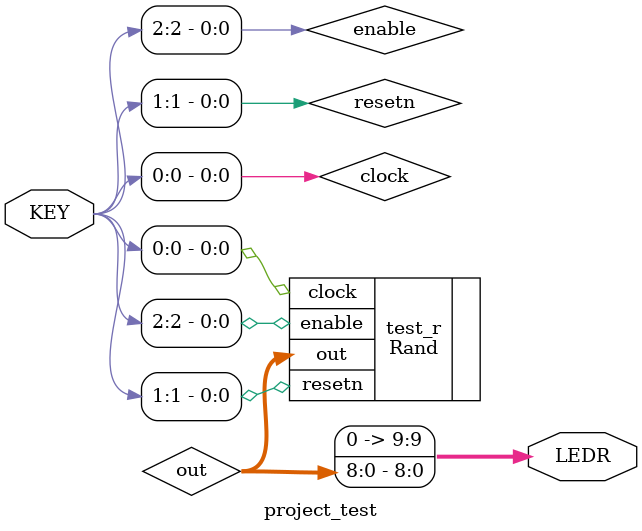
<source format=v>
/**
 *  This module test the function of mod rand

 *  Requires: item_generator.v
 **/

module project_test(
    input [3:0] KEY,
    output [9:0] LEDR
);

    wire clock, resetn, enable;
    wire [8:0] out;

    assign clock = KEY[0];
    assign resetn = KEY[1];
    assign enable = KEY[2];
    assign LEDR = {1'b0, out};

    Rand test_r(
        .clock(clock),
        .resetn(resetn),
        .enable(enable),
        .out(out)
    );

endmodule
</source>
